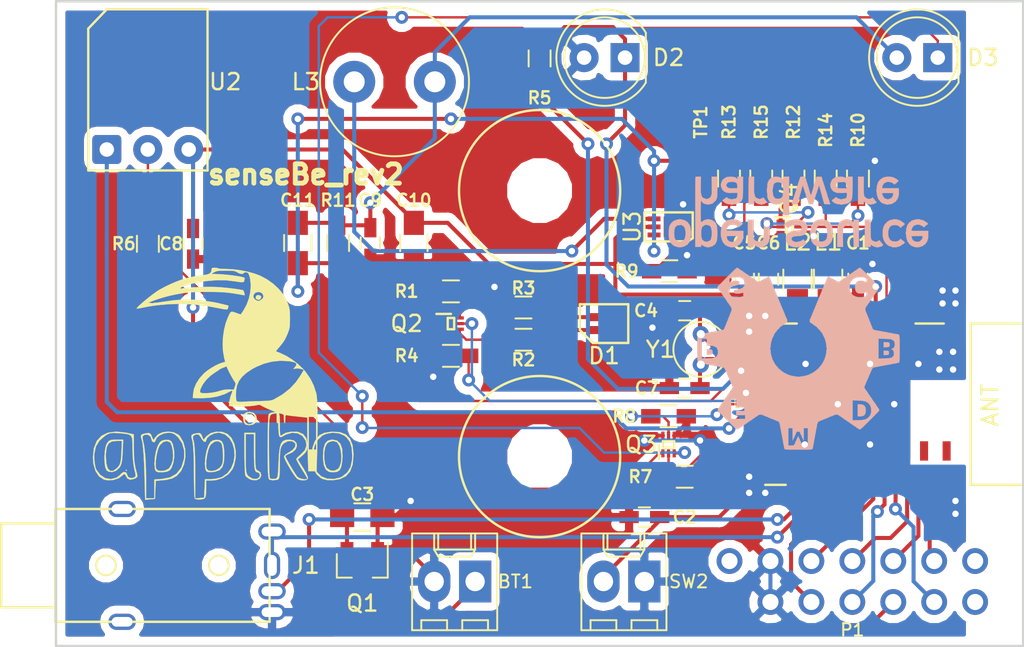
<source format=kicad_pcb>
(kicad_pcb (version 20171130) (host pcbnew 5.0.2-bee76a0~70~ubuntu16.04.1)
  (layers (0 F.Cu signal) (31 B.Cu signal) (34 B.Paste user) (35 F.Paste user) (36 B.SilkS user) (37 F.SilkS user) (38 B.Mask user) (39 F.Mask user) (44 Edge.Cuts user))
  (net 0 "")
  (net 1 GND)
  (net 2 /DEC4)
  (net 3 /BUTTON)
  (net 4 VDD)
  (net 5 /LFCLK_XL1)
  (net 6 /LFCLK_XL2)
  (net 7 /Sheet5C63BFE7/VLED)
  (net 8 "Net-(C11-Pad2)")
  (net 9 "Net-(D1-Pad4)")
  (net 10 "Net-(D1-Pad2)")
  (net 11 /LIGHT_SENSE)
  (net 12 "Net-(D3-Pad1)")
  (net 13 /TRIGGER)
  (net 14 /FOCUS)
  (net 15 "Net-(L1-Pad2)")
  (net 16 /DCC)
  (net 17 "Net-(L3-Pad1)")
  (net 18 /SWDIO)
  (net 19 /SWDCLK)
  (net 20 /RESET)
  (net 21 /GPIO2)
  (net 22 /RX)
  (net 23 /GPIO1)
  (net 24 /TX)
  (net 25 /LED_RED)
  (net 26 "Net-(Q2-Pad4)")
  (net 27 /LED_GREEN)
  (net 28 "Net-(Q2-Pad6)")
  (net 29 "Net-(Q3-Pad1)")
  (net 30 /RX_EN)
  (net 31 /IR_LED_EN)
  (net 32 "Net-(Q4-Pad6)")
  (net 33 /PWR2)
  (net 34 "Net-(Q4-Pad3)")
  (net 35 /PWR1)
  (net 36 /LIGHT_SENSE_EN)
  (net 37 /REG_EN)
  (net 38 /RX_OUT)
  (net 39 "Net-(BT1-Pad1)")
  (module senseBe_rev2_fp:L_Radial_D12.0mm_P5.00mm_Fastron_11P (layer F.Cu) (at 18.5 5)
    (fp_text reference L3 (at -3 0) (layer F.SilkS))
    (fp_text value 22u)
    (pad 1 thru_hole circle (at 0 0) (size 2.6 2.6) (drill 1.3) (layers *.Cu *.Mask) (net 17 "Net-(L3-Pad1)"))
    (pad 2 thru_hole circle (at 5 0) (size 2.6 2.6) (drill 1.3) (layers *.Cu *.Mask) (net 7 /Sheet5C63BFE7/VLED))
  )
  (module senseBe_rev2_fp:MountingHole_3mm (layer F.Cu) (at 30 28.25)
    (fp_text reference MK1 hide)
    (fp_text value Mounting_Hole)
    (pad 1 np_thru_hole circle (at 0 0) (size 3 3) (drill 3) (layers *.Cu *.Mask))
  )
  (module senseBe_rev2_fp:MountingHole_3mm (layer F.Cu) (at 30 11.75)
    (fp_text reference MK2 hide)
    (fp_text value Mounting_Hole)
    (pad 1 np_thru_hole circle (at 0 0) (size 3 3) (drill 3) (layers *.Cu *.Mask))
  )
  (module senseBe_rev2_fp:R_0603_HandSoldering (layer F.Cu) (at 39 29.5)
    (fp_text reference R7 (at -2.75 0) (layer F.SilkS) (effects (font (size 0.75 0.75))))
    (fp_text value 470k)
    (pad 1 smd rect (at -1.1 0) (size 1.2 0.9) (layers F.Cu F.Paste F.Mask) (net 30 /RX_EN))
    (pad 2 smd rect (at 1.1 0) (size 1.2 0.9) (layers F.Cu F.Paste F.Mask) (net 1 GND))
  )
  (module senseBe_rev2_fp:C_0805_HandSoldering (layer F.Cu) (at 22.2 15 270)
    (fp_text reference C10 (at -2.65 0) (layer F.SilkS) (effects (font (size 0.75 0.75))))
    (fp_text value 22u)
    (pad 2 smd rect (at 1.25 0 270) (size 1.5 1.25) (layers F.Cu F.Paste F.Mask) (net 1 GND))
    (pad 1 smd rect (at -1.25 0 270) (size 1.5 1.25) (layers F.Cu F.Paste F.Mask) (net 4 VDD))
  )
  (module senseBe_rev2_fp:Vishay_MINIMOLD-3Pin (layer F.Cu) (at 3.15 9.2)
    (fp_text reference U2 (at 7.35 -4.2 180) (layer F.SilkS))
    (fp_text value TSSP4056)
    (pad 1 thru_hole roundrect (at 0 0) (size 1.8 1.8) (drill 0.9) (layers *.Cu *.Mask) (roundrect_rratio 0.139) (net 38 /RX_OUT))
    (pad 2 thru_hole circle (at 2.54 0) (size 1.8 1.8) (drill 0.9) (layers *.Cu *.Mask) (net 29 "Net-(Q3-Pad1)"))
    (pad 3 thru_hole circle (at 5.08 0) (size 1.8 1.8) (drill 0.9) (layers *.Cu *.Mask) (net 4 VDD))
  )
  (module senseBe_rev2_fp:DMN2990UDJ-7 (layer F.Cu) (at 24.5 20 270)
    (fp_text reference Q2 (at 0 2.75) (layer F.SilkS))
    (fp_text value Q_DUAL_NMOS_DMN2990UDJ-7)
    (pad 1 smd rect (at -0.35 0.55 270) (size 0.2 0.5) (layers F.Cu F.Paste F.Mask) (net 1 GND))
    (pad 2 smd rect (at 0 0.55 270) (size 0.2 0.5) (layers F.Cu F.Paste F.Mask) (net 25 /LED_RED))
    (pad 3 smd rect (at 0.35 0.55 270) (size 0.2 0.5) (layers F.Cu F.Paste F.Mask) (net 1 GND))
    (pad 4 smd rect (at 0.35 -0.55 270) (size 0.2 0.5) (layers F.Cu F.Paste F.Mask) (net 26 "Net-(Q2-Pad4)"))
    (pad 5 smd rect (at 0 -0.55 270) (size 0.2 0.5) (layers F.Cu F.Paste F.Mask) (net 27 /LED_GREEN))
    (pad 6 smd rect (at -0.35 -0.55 270) (size 0.2 0.5) (layers F.Cu F.Paste F.Mask) (net 28 "Net-(Q2-Pad6)"))
  )
  (module senseBe_rev2_fp:C_0603_HandSoldering (layer F.Cu) (at 49.75 17.25 270)
    (fp_text reference C1 (at -2.25 0) (layer F.SilkS) (effects (font (size 0.75 0.75))))
    (fp_text value 1uF)
    (pad 1 smd rect (at -0.95 0 270) (size 1.2 0.75) (layers F.Cu F.Paste F.Mask) (net 1 GND))
    (pad 2 smd rect (at 0.95 0 270) (size 1.2 0.75) (layers F.Cu F.Paste F.Mask) (net 2 /DEC4))
  )
  (module senseBe_rev2_fp:C_0603_HandSoldering (layer F.Cu) (at 36.5 32)
    (fp_text reference C2 (at 2.5 0) (layer F.SilkS) (effects (font (size 0.75 0.75))))
    (fp_text value 100nF)
    (pad 1 smd rect (at -0.95 0) (size 1.2 0.75) (layers F.Cu F.Paste F.Mask) (net 1 GND))
    (pad 2 smd rect (at 0.95 0) (size 1.2 0.75) (layers F.Cu F.Paste F.Mask) (net 3 /BUTTON))
  )
  (module senseBe_rev2_fp:C_0805_HandSoldering (layer F.Cu) (at 19 32)
    (fp_text reference C3 (at 0 -1.4) (layer F.SilkS) (effects (font (size 0.75 0.75))))
    (fp_text value 10uF)
    (pad 2 smd rect (at 1.25 0) (size 1.5 1.25) (layers F.Cu F.Paste F.Mask) (net 1 GND))
    (pad 1 smd rect (at -1.25 0) (size 1.5 1.25) (layers F.Cu F.Paste F.Mask) (net 4 VDD))
  )
  (module senseBe_rev2_fp:C_0603_HandSoldering (layer F.Cu) (at 39 19.2)
    (fp_text reference C4 (at -2.4 0) (layer F.SilkS) (effects (font (size 0.75 0.75))))
    (fp_text value 8pF)
    (pad 1 smd rect (at -0.95 0) (size 1.2 0.75) (layers F.Cu F.Paste F.Mask) (net 1 GND))
    (pad 2 smd rect (at 0.95 0) (size 1.2 0.75) (layers F.Cu F.Paste F.Mask) (net 5 /LFCLK_XL1))
  )
  (module senseBe_rev2_fp:C_0603_HandSoldering (layer F.Cu) (at 42.7 17.25 270)
    (fp_text reference C5 (at -2.25 0) (layer F.SilkS) (effects (font (size 0.75 0.75))))
    (fp_text value 1uF)
    (pad 2 smd rect (at 0.95 0 270) (size 1.2 0.75) (layers F.Cu F.Paste F.Mask) (net 4 VDD))
    (pad 1 smd rect (at -0.95 0 270) (size 1.2 0.75) (layers F.Cu F.Paste F.Mask) (net 1 GND))
  )
  (module senseBe_rev2_fp:C_0603_HandSoldering (layer F.Cu) (at 44.2 17.25 270)
    (fp_text reference C6 (at -2.25 0) (layer F.SilkS) (effects (font (size 0.75 0.75))))
    (fp_text value 100nF)
    (pad 2 smd rect (at 0.95 0 270) (size 1.2 0.75) (layers F.Cu F.Paste F.Mask) (net 4 VDD))
    (pad 1 smd rect (at -0.95 0 270) (size 1.2 0.75) (layers F.Cu F.Paste F.Mask) (net 1 GND))
  )
  (module senseBe_rev2_fp:C_0603_HandSoldering (layer F.Cu) (at 39 24)
    (fp_text reference C7 (at -2.35 0) (layer F.SilkS) (effects (font (size 0.75 0.75))))
    (fp_text value 8pF)
    (pad 2 smd rect (at 0.95 0) (size 1.2 0.75) (layers F.Cu F.Paste F.Mask) (net 6 /LFCLK_XL2))
    (pad 1 smd rect (at -0.95 0) (size 1.2 0.75) (layers F.Cu F.Paste F.Mask) (net 1 GND))
  )
  (module senseBe_rev2_fp:C_0603_HandSoldering (layer F.Cu) (at 8.5 15.05 270)
    (fp_text reference C8 (at 0 1.35) (layer F.SilkS) (effects (font (size 0.75 0.75))))
    (fp_text value 100nF)
    (pad 2 smd rect (at 0.95 0 270) (size 1.2 0.75) (layers F.Cu F.Paste F.Mask) (net 1 GND))
    (pad 1 smd rect (at -0.95 0 270) (size 1.2 0.75) (layers F.Cu F.Paste F.Mask) (net 4 VDD))
  )
  (module senseBe_rev2_fp:C_0603_HandSoldering (layer F.Cu) (at 19.5 15 270)
    (fp_text reference C9 (at -2.65 0) (layer F.SilkS) (effects (font (size 0.75 0.75))))
    (fp_text value 10u)
    (pad 2 smd rect (at 0.95 0 270) (size 1.2 0.75) (layers F.Cu F.Paste F.Mask) (net 1 GND))
    (pad 1 smd rect (at -0.95 0 270) (size 1.2 0.75) (layers F.Cu F.Paste F.Mask) (net 7 /Sheet5C63BFE7/VLED))
  )
  (module senseBe_rev2_fp:C_0805_HandSoldering (layer F.Cu) (at 15 15 270)
    (fp_text reference C11 (at -2.65 0) (layer F.SilkS) (effects (font (size 0.75 0.75))))
    (fp_text value 8p)
    (pad 1 smd rect (at -1.25 0 270) (size 1.5 1.25) (layers F.Cu F.Paste F.Mask) (net 7 /Sheet5C63BFE7/VLED))
    (pad 2 smd rect (at 1.25 0 270) (size 1.5 1.25) (layers F.Cu F.Paste F.Mask) (net 8 "Net-(C11-Pad2)"))
  )
  (module senseBe_rev2_fp:18-225_R6G6C-A01_3T (layer F.Cu) (at 34 20)
    (fp_text reference D1 (at 0 2) (layer F.SilkS))
    (fp_text value 18-225/R6G6C-A01/3T)
    (pad 2 smd rect (at -0.7 0.4) (size 0.7 0.5) (layers F.Cu F.Paste F.Mask) (net 10 "Net-(D1-Pad2)"))
    (pad 1 smd rect (at 0.7 0.4) (size 0.7 0.5) (layers F.Cu F.Paste F.Mask) (net 4 VDD))
    (pad 3 smd rect (at 0.7 -0.4) (size 0.7 0.5) (layers F.Cu F.Paste F.Mask) (net 4 VDD))
    (pad 4 smd rect (at -0.7 -0.4) (size 0.7 0.5) (layers F.Cu F.Paste F.Mask) (net 9 "Net-(D1-Pad4)"))
  )
  (module LED_THT:LED_D5.0mm (layer F.Cu) (at 35.3 3.5 180)
    (fp_text reference D2 (at -2.7 0 180) (layer F.SilkS))
    (fp_text value D_Photo)
    (pad 1 thru_hole rect (at 0 0 180) (size 1.8 1.8) (drill 0.9) (layers *.Cu *.Mask) (net 11 /LIGHT_SENSE))
    (pad 2 thru_hole circle (at 2.54 0 180) (size 1.8 1.8) (drill 0.9) (layers *.Cu *.Mask) (net 1 GND))
  )
  (module LED_THT:LED_D5.0mm (layer F.Cu) (at 54.7 3.5 180)
    (fp_text reference D3 (at -2.8 0 180) (layer F.SilkS))
    (fp_text value SFH4545)
    (pad 2 thru_hole circle (at 2.54 0 180) (size 1.8 1.8) (drill 0.9) (layers *.Cu *.Mask) (net 7 /Sheet5C63BFE7/VLED))
    (pad 1 thru_hole rect (at 0 0 180) (size 1.8 1.8) (drill 0.9) (layers *.Cu *.Mask) (net 12 "Net-(D3-Pad1)"))
  )
  (module senseBe_rev2_fp:PJ-32434-3_5mm-AudioJack (layer F.Cu) (at 6.6 35 90)
    (fp_text reference J1 (at 0 8.9 180) (layer F.SilkS))
    (fp_text value PJ-32434_3-5mmAudioJack)
    (pad 1 thru_hole oval (at -2.9 6.8 90) (size 1 1.7) (drill oval 0.6 1.3) (layers *.Cu *.Mask) (net 1 GND))
    (pad 2 thru_hole oval (at 0 6.8 180) (size 1 1.7) (drill oval 0.6 1.3) (layers *.Cu *.Mask) (net 13 /TRIGGER))
    (pad 3 thru_hole oval (at -1.6 6.8 90) (size 1 1.7) (drill oval 0.6 1.3) (layers *.Cu *.Mask) (net 14 /FOCUS))
    (pad 4 thru_hole oval (at 2.1 6.8 90) (size 1 1.7) (drill oval 0.6 1.3) (layers *.Cu *.Mask) (net 13 /TRIGGER))
    (pad "" thru_hole oval (at -3.5 -2.5 90) (size 1 1.7) (drill oval 0.6 1.3) (layers *.Cu *.Mask))
    (pad "" thru_hole oval (at 3.5 -2.5 90) (size 1 1.7) (drill oval 0.6 1.3) (layers *.Cu *.Mask))
    (pad "" np_thru_hole circle (at 0 -3.5 90) (size 1.1 1.1) (drill 1.1) (layers *.Cu *.Mask))
    (pad "" np_thru_hole circle (at 0 3.5 90) (size 1.1 1.1) (drill 1.1) (layers *.Cu *.Mask))
  )
  (module senseBe_rev2_fp:L_0805 (layer F.Cu) (at 47.9 17.25 90)
    (fp_text reference L1 (at 2.3 0 180) (layer F.SilkS))
    (fp_text value 15nH)
    (pad 1 smd rect (at -0.95 0 90) (size 0.7 1.3) (layers F.Cu F.Paste F.Mask) (net 2 /DEC4))
    (pad 2 smd rect (at 0.95 0 90) (size 0.7 1.3) (layers F.Cu F.Paste F.Mask) (net 15 "Net-(L1-Pad2)"))
  )
  (module senseBe_rev2_fp:L_0805 (layer F.Cu) (at 46 17.25 270)
    (fp_text reference L2 (at -2.3 0) (layer F.SilkS))
    (fp_text value 10nH)
    (pad 2 smd rect (at 0.95 0 270) (size 0.7 1.3) (layers F.Cu F.Paste F.Mask) (net 16 /DCC))
    (pad 1 smd rect (at -0.95 0 270) (size 0.7 1.3) (layers F.Cu F.Paste F.Mask) (net 15 "Net-(L1-Pad2)"))
  )
  (module senseBe_rev2_fp:prog_connect (layer F.Cu) (at 49.4 36 180)
    (fp_text reference P1 (at 0 -3) (layer F.SilkS) (effects (font (size 0.762 0.762) (thickness 0.127))))
    (fp_text value CONN_02X05)
    (pad "" np_thru_hole circle (at 7.62 1.27 180) (size 1.6 1.6) (drill 1) (layers *.Cu *.Mask))
    (pad "" np_thru_hole circle (at -7.62 -1.27 180) (size 1.6 1.6) (drill 1) (layers *.Cu *.Mask))
    (pad 1 thru_hole circle (at -5.08 1.27 180) (size 1.6 1.6) (drill 1) (layers *.Cu *.Mask) (net 18 /SWDIO))
    (pad 3 thru_hole circle (at -2.54 1.27 180) (size 1.6 1.6) (drill 1) (layers *.Cu *.Mask) (net 19 /SWDCLK))
    (pad 5 thru_hole circle (at 0 1.27 180) (size 1.6 1.6) (drill 1) (layers *.Cu *.Mask) (net 20 /RESET))
    (pad 7 thru_hole circle (at 2.54 1.27 180) (size 1.6 1.6) (drill 1) (layers *.Cu *.Mask) (net 21 /GPIO2))
    (pad 9 thru_hole circle (at 5.08 1.27 180) (size 1.6 1.6) (drill 1) (layers *.Cu *.Mask) (net 1 GND))
    (pad 10 thru_hole circle (at 5.08 -1.27 180) (size 1.6 1.6) (drill 1) (layers *.Cu *.Mask) (net 1 GND))
    (pad 8 thru_hole circle (at 2.54 -1.27 180) (size 1.6 1.6) (drill 1) (layers *.Cu *.Mask) (net 22 /RX))
    (pad 6 thru_hole circle (at 0 -1.27 180) (size 1.6 1.6) (drill 1) (layers *.Cu *.Mask) (net 23 /GPIO1))
    (pad 4 thru_hole circle (at -2.54 -1.27 180) (size 1.6 1.6) (drill 1) (layers *.Cu *.Mask) (net 4 VDD))
    (pad 2 thru_hole circle (at -5.08 -1.27 180) (size 1.6 1.6) (drill 1) (layers *.Cu *.Mask) (net 24 /TX))
    (pad "" np_thru_hole circle (at -7.62 1.27 180) (size 1.6 1.6) (drill 1) (layers *.Cu *.Mask))
  )
  (module Package_TO_SOT_SMD:SOT-23 (layer F.Cu) (at 19 35 270)
    (fp_text reference Q1 (at 2.35 0) (layer F.SilkS))
    (fp_text value TSM2301)
    (pad 1 smd rect (at -1 -0.95 270) (size 0.9 0.8) (layers F.Cu F.Paste F.Mask) (net 1 GND))
    (pad 2 smd rect (at -1 0.95 270) (size 0.9 0.8) (layers F.Cu F.Paste F.Mask) (net 4 VDD))
    (pad 3 smd rect (at 1 0 270) (size 0.9 0.8) (layers F.Cu F.Paste F.Mask) (net 39 "Net-(BT1-Pad1)"))
  )
  (module senseBe_rev2_fp:DMN2990UDJ-7 (layer F.Cu) (at 38 27.5)
    (fp_text reference Q3 (at -1.7 0) (layer F.SilkS))
    (fp_text value Q_DUAL_NMOS_DMN2990UDJ-7)
    (pad 1 smd rect (at -0.35 0.55) (size 0.2 0.5) (layers F.Cu F.Paste F.Mask) (net 29 "Net-(Q3-Pad1)"))
    (pad 2 smd rect (at 0 0.55) (size 0.2 0.5) (layers F.Cu F.Paste F.Mask) (net 30 /RX_EN))
    (pad 3 smd rect (at 0.35 0.55) (size 0.2 0.5) (layers F.Cu F.Paste F.Mask) (net 12 "Net-(D3-Pad1)"))
    (pad 4 smd rect (at 0.35 -0.55) (size 0.2 0.5) (layers F.Cu F.Paste F.Mask) (net 1 GND))
    (pad 5 smd rect (at 0 -0.55) (size 0.2 0.5) (layers F.Cu F.Paste F.Mask) (net 31 /IR_LED_EN))
    (pad 6 smd rect (at -0.35 -0.55) (size 0.2 0.5) (layers F.Cu F.Paste F.Mask) (net 1 GND))
  )
  (module senseBe_rev2_fp:DMN2990UDJ-7 (layer F.Cu) (at 45.5 14 270)
    (fp_text reference Q4 (at -1.75 0 90) (layer F.SilkS))
    (fp_text value Q_DUAL_NMOS_DMN2990UDJ-7)
    (pad 6 smd rect (at -0.35 -0.55 270) (size 0.2 0.5) (layers F.Cu F.Paste F.Mask) (net 32 "Net-(Q4-Pad6)"))
    (pad 5 smd rect (at 0 -0.55 270) (size 0.2 0.5) (layers F.Cu F.Paste F.Mask) (net 33 /PWR2))
    (pad 4 smd rect (at 0.35 -0.55 270) (size 0.2 0.5) (layers F.Cu F.Paste F.Mask) (net 1 GND))
    (pad 3 smd rect (at 0.35 0.55 270) (size 0.2 0.5) (layers F.Cu F.Paste F.Mask) (net 34 "Net-(Q4-Pad3)"))
    (pad 2 smd rect (at 0 0.55 270) (size 0.2 0.5) (layers F.Cu F.Paste F.Mask) (net 35 /PWR1))
    (pad 1 smd rect (at -0.35 0.55 270) (size 0.2 0.5) (layers F.Cu F.Paste F.Mask) (net 1 GND))
  )
  (module senseBe_rev2_fp:R_0603_HandSoldering (layer F.Cu) (at 24.5 18)
    (fp_text reference R1 (at -2.75 0) (layer F.SilkS) (effects (font (size 0.75 0.75))))
    (fp_text value 470k)
    (pad 2 smd rect (at 1.1 0) (size 1.2 0.9) (layers F.Cu F.Paste F.Mask) (net 1 GND))
    (pad 1 smd rect (at -1.1 0) (size 1.2 0.9) (layers F.Cu F.Paste F.Mask) (net 25 /LED_RED))
  )
  (module senseBe_rev2_fp:R_0603_HandSoldering (layer F.Cu) (at 29 21)
    (fp_text reference R2 (at 0 1.25) (layer F.SilkS) (effects (font (size 0.75 0.75))))
    (fp_text value 33)
    (pad 2 smd rect (at 1.1 0) (size 1.2 0.9) (layers F.Cu F.Paste F.Mask) (net 10 "Net-(D1-Pad2)"))
    (pad 1 smd rect (at -1.1 0) (size 1.2 0.9) (layers F.Cu F.Paste F.Mask) (net 26 "Net-(Q2-Pad4)"))
  )
  (module senseBe_rev2_fp:R_0603_HandSoldering (layer F.Cu) (at 29 19)
    (fp_text reference R3 (at 0 -1.2) (layer F.SilkS) (effects (font (size 0.75 0.75))))
    (fp_text value 24)
    (pad 1 smd rect (at -1.1 0) (size 1.2 0.9) (layers F.Cu F.Paste F.Mask) (net 28 "Net-(Q2-Pad6)"))
    (pad 2 smd rect (at 1.1 0) (size 1.2 0.9) (layers F.Cu F.Paste F.Mask) (net 9 "Net-(D1-Pad4)"))
  )
  (module senseBe_rev2_fp:R_0603_HandSoldering (layer F.Cu) (at 24.5 22 180)
    (fp_text reference R4 (at 2.75 0 180) (layer F.SilkS) (effects (font (size 0.75 0.75))))
    (fp_text value 470k)
    (pad 1 smd rect (at -1.1 0 180) (size 1.2 0.9) (layers F.Cu F.Paste F.Mask) (net 27 /LED_GREEN))
    (pad 2 smd rect (at 1.1 0 180) (size 1.2 0.9) (layers F.Cu F.Paste F.Mask) (net 1 GND))
  )
  (module senseBe_rev2_fp:R_0603_HandSoldering (layer F.Cu) (at 30 3.55 90)
    (fp_text reference R5 (at -2.45 0 180) (layer F.SilkS) (effects (font (size 0.75 0.75))))
    (fp_text value 100k)
    (pad 2 smd rect (at 1.1 0 90) (size 1.2 0.9) (layers F.Cu F.Paste F.Mask) (net 11 /LIGHT_SENSE))
    (pad 1 smd rect (at -1.1 0 90) (size 1.2 0.9) (layers F.Cu F.Paste F.Mask) (net 36 /LIGHT_SENSE_EN))
  )
  (module senseBe_rev2_fp:R_0603_HandSoldering (layer F.Cu) (at 5.7 15.05 270)
    (fp_text reference R6 (at 0 1.5 180) (layer F.SilkS) (effects (font (size 0.75 0.75))))
    (fp_text value 3.9M)
    (pad 2 smd rect (at 1.1 0 270) (size 1.2 0.9) (layers F.Cu F.Paste F.Mask) (net 1 GND))
    (pad 1 smd rect (at -1.1 0 270) (size 1.2 0.9) (layers F.Cu F.Paste F.Mask) (net 29 "Net-(Q3-Pad1)"))
  )
  (module senseBe_rev2_fp:R_0603_HandSoldering (layer F.Cu) (at 38 25.75)
    (fp_text reference R8 (at -2.75 0) (layer F.SilkS) (effects (font (size 0.75 0.75))))
    (fp_text value 470k)
    (pad 1 smd rect (at -1.1 0) (size 1.2 0.9) (layers F.Cu F.Paste F.Mask) (net 31 /IR_LED_EN))
    (pad 2 smd rect (at 1.1 0) (size 1.2 0.9) (layers F.Cu F.Paste F.Mask) (net 1 GND))
  )
  (module senseBe_rev2_fp:R_0603_HandSoldering (layer F.Cu) (at 38.05 16.75)
    (fp_text reference R9 (at -2.65 0) (layer F.SilkS) (effects (font (size 0.75 0.75))))
    (fp_text value 470k)
    (pad 2 smd rect (at 1.1 0) (size 1.2 0.9) (layers F.Cu F.Paste F.Mask) (net 1 GND))
    (pad 1 smd rect (at -1.1 0) (size 1.2 0.9) (layers F.Cu F.Paste F.Mask) (net 37 /REG_EN))
  )
  (module senseBe_rev2_fp:R_0603_HandSoldering (layer F.Cu) (at 49.75 11 90)
    (fp_text reference R10 (at 3 0 90) (layer F.SilkS) (effects (font (size 0.75 0.75))))
    (fp_text value 470k)
    (pad 1 smd rect (at -1.1 0 90) (size 1.2 0.9) (layers F.Cu F.Paste F.Mask) (net 35 /PWR1))
    (pad 2 smd rect (at 1.1 0 90) (size 1.2 0.9) (layers F.Cu F.Paste F.Mask) (net 1 GND))
  )
  (module senseBe_rev2_fp:R_0603_HandSoldering (layer F.Cu) (at 17.5 15 270)
    (fp_text reference R11 (at -2.65 0) (layer F.SilkS) (effects (font (size 0.75 0.75))))
    (fp_text value 470k)
    (pad 2 smd rect (at 1.1 0 270) (size 1.2 0.9) (layers F.Cu F.Paste F.Mask) (net 8 "Net-(C11-Pad2)"))
    (pad 1 smd rect (at -1.1 0 270) (size 1.2 0.9) (layers F.Cu F.Paste F.Mask) (net 7 /Sheet5C63BFE7/VLED))
  )
  (module senseBe_rev2_fp:R_0603_HandSoldering (layer F.Cu) (at 45.75 11 270)
    (fp_text reference R12 (at -3.5 0 270) (layer F.SilkS) (effects (font (size 0.75 0.75))))
    (fp_text value 470k)
    (pad 1 smd rect (at -1.1 0 270) (size 1.2 0.9) (layers F.Cu F.Paste F.Mask) (net 8 "Net-(C11-Pad2)"))
    (pad 2 smd rect (at 1.1 0 270) (size 1.2 0.9) (layers F.Cu F.Paste F.Mask) (net 1 GND))
  )
  (module senseBe_rev2_fp:R_0603_HandSoldering (layer F.Cu) (at 41.75 11 270)
    (fp_text reference R13 (at -3.5 0 270) (layer F.SilkS) (effects (font (size 0.75 0.75))))
    (fp_text value 3.9M)
    (pad 2 smd rect (at 1.1 0 270) (size 1.2 0.9) (layers F.Cu F.Paste F.Mask) (net 32 "Net-(Q4-Pad6)"))
    (pad 1 smd rect (at -1.1 0 270) (size 1.2 0.9) (layers F.Cu F.Paste F.Mask) (net 8 "Net-(C11-Pad2)"))
  )
  (module senseBe_rev2_fp:R_0603_HandSoldering (layer F.Cu) (at 47.75 11 90)
    (fp_text reference R14 (at 3 0 90) (layer F.SilkS) (effects (font (size 0.75 0.75))))
    (fp_text value 470k)
    (pad 2 smd rect (at 1.1 0 90) (size 1.2 0.9) (layers F.Cu F.Paste F.Mask) (net 1 GND))
    (pad 1 smd rect (at -1.1 0 90) (size 1.2 0.9) (layers F.Cu F.Paste F.Mask) (net 33 /PWR2))
  )
  (module senseBe_rev2_fp:R_0603_HandSoldering (layer F.Cu) (at 43.75 11 270)
    (fp_text reference R15 (at -3.5 0 270) (layer F.SilkS) (effects (font (size 0.75 0.75))))
    (fp_text value 1.2M)
    (pad 1 smd rect (at -1.1 0 270) (size 1.2 0.9) (layers F.Cu F.Paste F.Mask) (net 8 "Net-(C11-Pad2)"))
    (pad 2 smd rect (at 1.1 0 270) (size 1.2 0.9) (layers F.Cu F.Paste F.Mask) (net 34 "Net-(Q4-Pad3)"))
  )
  (module senseBe_rev2_fp:Molex_KK-6410-02_02x2.54mm_Straight (layer F.Cu) (at 36.5 36 180)
    (fp_text reference SW2 (at -2.75 0) (layer F.SilkS) (effects (font (size 0.8 0.8) (thickness 0.12))))
    (fp_text value SW_DPST)
    (pad 1 thru_hole rect (at 0 0 180) (size 2 2.6) (drill 1.2) (layers *.Cu *.Mask) (net 1 GND))
    (pad 2 thru_hole oval (at 2.54 0 180) (size 2 2.6) (drill 1.2) (layers *.Cu *.Mask) (net 3 /BUTTON))
  )
  (module senseBe_rev2_fp:Measurement_Point_Round-SMD-Pad_Small (layer F.Cu) (at 40 9.9 90)
    (fp_text reference TP1 (at 2.4 0 90) (layer F.SilkS) (effects (font (size 0.75 0.75))))
    (fp_text value FB_TP)
    (pad 1 smd circle (at 0 0 90) (size 1.5 1.5) (layers F.Cu F.Mask) (net 8 "Net-(C11-Pad2)"))
  )
  (module senseBe_rev2_fp:mdbt42Q (layer F.Cu) (at 50.5 25 270)
    (fp_text reference U1 (at 0 8) (layer F.SilkS) (effects (font (size 0.5 0.5) (thickness 0.05))))
    (fp_text value MDBT42Q hide)
    (fp_text user ANT (at 0.05 -7.45 270) (layer F.SilkS))
    (pad 12 smd rect (at -4.3 6.25 270) (size 0.5 1.6) (layers F.Cu F.Paste F.Mask) (net 1 GND))
    (pad 2 smd rect (at -4.75 -2.3 270) (size 1.6 0.5) (layers F.Cu F.Paste F.Mask) (net 35 /PWR1))
    (pad 1 smd rect (at -4.75 -5.3 270) (size 1.6 0.9) (layers F.Cu F.Paste F.Mask) (net 1 GND))
    (pad 3 smd rect (at -4.75 -1.6 270) (size 1.6 0.5) (layers F.Cu F.Paste F.Mask) (net 33 /PWR2))
    (pad 4 smd rect (at -4.75 -0.9 270) (size 1.6 0.5) (layers F.Cu F.Paste F.Mask) (net 37 /REG_EN))
    (pad 5 smd rect (at -4.75 -0.2 270) (size 1.6 0.5) (layers F.Cu F.Paste F.Mask) (net 11 /LIGHT_SENSE))
    (pad 6 smd rect (at -4.75 0.5 270) (size 1.6 0.5) (layers F.Cu F.Paste F.Mask))
    (pad 7 smd rect (at -4.75 1.2 270) (size 1.6 0.5) (layers F.Cu F.Paste F.Mask))
    (pad 8 smd rect (at -4.75 1.9 270) (size 1.6 0.5) (layers F.Cu F.Paste F.Mask) (net 4 VDD))
    (pad 9 smd rect (at -4.75 2.6 270) (size 1.6 0.5) (layers F.Cu F.Paste F.Mask) (net 2 /DEC4))
    (pad 10 smd rect (at -4.75 3.3 270) (size 1.6 0.5) (layers F.Cu F.Paste F.Mask) (net 16 /DCC))
    (pad 11 smd rect (at -4.75 4 270) (size 1.6 0.5) (layers F.Cu F.Paste F.Mask) (net 4 VDD))
    (pad 13 smd rect (at -3.5 6.25 270) (size 0.5 1.6) (layers F.Cu F.Paste F.Mask) (net 5 /LFCLK_XL1))
    (pad 14 smd rect (at -2.8 6.25 270) (size 0.5 1.6) (layers F.Cu F.Paste F.Mask) (net 6 /LFCLK_XL2))
    (pad 15 smd rect (at -2.1 6.25 270) (size 0.5 1.6) (layers F.Cu F.Paste F.Mask) (net 36 /LIGHT_SENSE_EN))
    (pad 16 smd rect (at -1.4 6.25 270) (size 0.5 1.6) (layers F.Cu F.Paste F.Mask) (net 25 /LED_RED))
    (pad 17 smd rect (at -0.7 6.25 270) (size 0.5 1.6) (layers F.Cu F.Paste F.Mask) (net 27 /LED_GREEN))
    (pad 18 smd rect (at 0 6.25 270) (size 0.5 1.6) (layers F.Cu F.Paste F.Mask) (net 31 /IR_LED_EN))
    (pad 19 smd rect (at 0.7 6.25 270) (size 0.5 1.6) (layers F.Cu F.Paste F.Mask) (net 38 /RX_OUT))
    (pad 20 smd rect (at 1.4 6.25 270) (size 0.5 1.6) (layers F.Cu F.Paste F.Mask) (net 30 /RX_EN))
    (pad 21 smd rect (at 2.1 6.25 270) (size 0.5 1.6) (layers F.Cu F.Paste F.Mask) (net 3 /BUTTON))
    (pad 22 smd rect (at 2.8 6.25 270) (size 0.5 1.6) (layers F.Cu F.Paste F.Mask))
    (pad 23 smd rect (at 3.5 6.25 270) (size 0.5 1.6) (layers F.Cu F.Paste F.Mask))
    (pad 24 smd rect (at 4.2 6.25 270) (size 0.5 1.6) (layers F.Cu F.Paste F.Mask) (net 1 GND))
    (pad 25 smd rect (at 4.75 4.7 270) (size 1.6 0.5) (layers F.Cu F.Paste F.Mask))
    (pad 26 smd rect (at 4.75 4 270) (size 1.6 0.5) (layers F.Cu F.Paste F.Mask) (net 14 /FOCUS))
    (pad 27 smd rect (at 4.75 3.3 270) (size 1.6 0.5) (layers F.Cu F.Paste F.Mask) (net 13 /TRIGGER))
    (pad 28 smd rect (at 4.75 2.6 270) (size 1.6 0.5) (layers F.Cu F.Paste F.Mask))
    (pad 29 smd rect (at 4.75 1.9 270) (size 1.6 0.5) (layers F.Cu F.Paste F.Mask))
    (pad 30 smd rect (at 4.75 1.2 270) (size 1.6 0.5) (layers F.Cu F.Paste F.Mask))
    (pad 31 smd rect (at 4.75 0.5 270) (size 1.6 0.5) (layers F.Cu F.Paste F.Mask) (net 22 /RX))
    (pad 32 smd rect (at 4.75 -0.2 270) (size 1.6 0.5) (layers F.Cu F.Paste F.Mask) (net 21 /GPIO2))
    (pad 33 smd rect (at 4.75 -0.9 270) (size 1.6 0.5) (layers F.Cu F.Paste F.Mask) (net 23 /GPIO1))
    (pad 34 smd rect (at 4.75 -1.6 270) (size 1.6 0.5) (layers F.Cu F.Paste F.Mask) (net 24 /TX))
    (pad 35 smd rect (at 4.75 -2.3 270) (size 1.6 0.5) (layers F.Cu F.Paste F.Mask) (net 20 /RESET))
    (pad 36 smd rect (at 4.75 -3 270) (size 1.6 0.5) (layers F.Cu F.Paste F.Mask) (net 19 /SWDCLK))
    (pad 37 smd rect (at 4.75 -3.7 270) (size 1.6 0.5) (layers F.Cu F.Paste F.Mask) (net 18 /SWDIO))
    (pad 38 smd rect (at 4.75 -4.4 270) (size 1.6 0.5) (layers F.Cu F.Paste F.Mask))
    (pad 39 smd rect (at 4.75 -5.3 270) (size 1.6 0.9) (layers F.Cu F.Paste F.Mask) (net 1 GND))
    (pad 40 smd rect (at 2.9 -4.75 270) (size 1.2 0.5) (layers F.Cu F.Paste F.Mask))
    (pad 41 smd rect (at 2.9 -3.35 270) (size 1.2 0.5) (layers F.Cu F.Paste F.Mask))
  )
  (module "senseBe_rev2_fp:AP3403_U-DFN1616-6(Type G)" (layer F.Cu) (at 38 14 90)
    (fp_text reference U3 (at 0 -2.25 270) (layer F.SilkS))
    (fp_text value AP3403)
    (pad EP smd rect (at 0 0 90) (size 1.3 0.6) (layers F.Cu F.Paste F.Mask))
    (pad 2 smd rect (at 0 0.9 90) (size 0.3 0.8) (layers F.Cu F.Paste F.Mask) (net 1 GND))
    (pad 5 smd rect (at 0 -0.9 90) (size 0.3 0.8) (layers F.Cu F.Paste F.Mask) (net 4 VDD))
    (pad 4 smd rect (at 0.5 -0.9 90) (size 0.3 0.8) (layers F.Cu F.Paste F.Mask) (net 17 "Net-(L3-Pad1)"))
    (pad 6 smd rect (at -0.5 -0.9 90) (size 0.3 0.8) (layers F.Cu F.Paste F.Mask) (net 8 "Net-(C11-Pad2)"))
    (pad 1 smd rect (at -0.5 0.9 90) (size 0.3 0.8) (layers F.Cu F.Paste F.Mask) (net 37 /REG_EN))
    (pad 3 smd rect (at 0.5 0.9 90) (size 0.3 0.8) (layers F.Cu F.Paste F.Mask) (net 1 GND))
  )
  (module Crystal:Crystal_C38-LF_D3.0mm_L8.0mm_Vertical (layer F.Cu) (at 40 20.65 270)
    (fp_text reference Y1 (at 0.95 2.5) (layer F.SilkS))
    (fp_text value "T38 Mercury")
    (pad 1 thru_hole circle (at 0 0 270) (size 1 1) (drill 0.5) (layers *.Cu *.Mask) (net 5 /LFCLK_XL1))
    (pad 2 thru_hole circle (at 1.9 0 270) (size 1 1) (drill 0.5) (layers *.Cu *.Mask) (net 6 /LFCLK_XL2))
  )
  (module senseBe_rev2_fp:Appiko_Logo_2 (layer F.Cu) (at 8.1 28.2)
    (fp_text reference G*** hide)
    (fp_text value Appiko_Logo_2 hide)
  )
  (module senseBe_rev2_fp:Appiko_LOGO_img (layer F.Cu) (at 10.6 22.85)
    (fp_text reference G*** hide)
    (fp_text value Appiko_LOGO_img hide)
  )
  (module senseBe_rev2_fp:OSHW1 (layer B.Cu) (at 46.05 19.35)
    (fp_text reference G*** hide)
    (fp_text value LOGO hide)
  )
  (module senseBe_rev2_fp:Molex_KK-6410-02_02x2.54mm_Straight (layer F.Cu) (at 26 36 180)
    (fp_text reference BT1 (at -2.5 0) (layer F.SilkS) (effects (font (size 0.8 0.8) (thickness 0.12))))
    (fp_text value Battery)
    (pad 1 thru_hole rect (at 0 0 180) (size 2 2.6) (drill 1.2) (layers *.Cu *.Mask) (net 39 "Net-(BT1-Pad1)"))
    (pad 2 thru_hole oval (at 2.54 0 180) (size 2 2.6) (drill 1.2) (layers *.Cu *.Mask) (net 1 GND))
  )
  (gr_text senseBe_rev2 (at 15.5 10.75) (layer F.SilkS) (effects (font (size 1.2 1.2) (thickness 0.3))))
  (gr_line (start 0 0) (end 0 40) (layer Edge.Cuts) (width 0.15))
  (gr_line (start 60 0) (end 0 0) (layer Edge.Cuts) (width 0.15))
  (gr_line (start 60 40) (end 60 0) (layer Edge.Cuts) (width 0.15))
  (gr_line (start 0 40) (end 60 40) (layer Edge.Cuts) (width 0.15))
  (via (at 46.5 22.5) (size 0.8) (drill 0.4) (layers F.Cu B.Cu) (net 1))
  (via (at 50.5 27.5) (size 0.8) (drill 0.4) (layers F.Cu B.Cu) (net 1))
  (via (at 50.5 22.5) (size 0.8) (drill 0.4) (layers F.Cu B.Cu) (net 1))
  (via (at 46.45 27.5) (size 0.8) (drill 0.4) (layers F.Cu B.Cu) (net 1))
  (segment (start 44.32 35.86137) (end 44.32 37.27) (width 0.25) (layer B.Cu) (net 1))
  (segment (start 44.32 34.73) (end 44.32 35.86137) (width 0.25) (layer B.Cu) (net 1))
  (segment (start 36.2 35.7) (end 36.5 36) (width 0.25) (layer F.Cu) (net 1))
  (segment (start 38.05 24) (end 38.05 19.2) (width 0.25) (layer F.Cu) (net 1))
  (segment (start 19.95 32.3) (end 20.25 32) (width 0.25) (layer F.Cu) (net 1))
  (segment (start 19.95 34) (end 19.95 32.3) (width 0.25) (layer F.Cu) (net 1))
  (via (at 23.4 23.3) (size 0.8) (drill 0.4) (layers F.Cu B.Cu) (net 1))
  (segment (start 23.4 22) (end 23.4 23.3) (width 0.25) (layer F.Cu) (net 1))
  (via (at 37 20.25) (size 0.8) (drill 0.4) (layers F.Cu B.Cu) (net 1))
  (segment (start 38.05 19.2) (end 37 20.25) (width 0.25) (layer F.Cu) (net 1))
  (via (at 43 30.5) (size 0.8) (drill 0.4) (layers F.Cu B.Cu) (net 1))
  (segment (start 44.25 29.25) (end 43 30.5) (width 0.25) (layer F.Cu) (net 1))
  (segment (start 44.25 29.2) (end 44.25 29.25) (width 0.25) (layer F.Cu) (net 1))
  (via (at 44 30.5) (size 0.8) (drill 0.4) (layers F.Cu B.Cu) (net 1))
  (segment (start 43 30.5) (end 44 30.5) (width 0.25) (layer B.Cu) (net 1))
  (via (at 43 29.5) (size 0.8) (drill 0.4) (layers F.Cu B.Cu) (net 1))
  (via (at 43 19.525) (size 0.8) (drill 0.4) (layers F.Cu B.Cu) (net 1))
  (segment (start 44.175 20.7) (end 43 19.525) (width 0.25) (layer F.Cu) (net 1))
  (segment (start 44.25 20.7) (end 44.175 20.7) (width 0.25) (layer F.Cu) (net 1))
  (via (at 44 19.525) (size 0.8) (drill 0.4) (layers F.Cu B.Cu) (net 1))
  (segment (start 43 19.525) (end 44 19.525) (width 0.25) (layer B.Cu) (net 1))
  (via (at 43 20.5) (size 0.8) (drill 0.4) (layers F.Cu B.Cu) (net 1))
  (segment (start 43 19.525) (end 43 20.5) (width 0.25) (layer B.Cu) (net 1))
  (segment (start 43.025 20.5) (end 44 19.525) (width 0.25) (layer B.Cu) (net 1))
  (segment (start 43 20.5) (end 43.025 20.5) (width 0.25) (layer B.Cu) (net 1))
  (segment (start 43 30.5) (end 43 29.5) (width 0.25) (layer B.Cu) (net 1))
  (segment (start 44 30.5) (end 43 29.5) (width 0.25) (layer B.Cu) (net 1))
  (via (at 55.8 31) (size 0.8) (drill 0.4) (layers F.Cu B.Cu) (net 1))
  (segment (start 55.8 29.75) (end 55.8 31) (width 0.25) (layer F.Cu) (net 1))
  (via (at 55.8 31.8) (size 0.8) (drill 0.4) (layers F.Cu B.Cu) (net 1))
  (segment (start 55.8 31) (end 55.8 31.8) (width 0.25) (layer B.Cu) (net 1))
  (via (at 55.8 18.75) (size 0.8) (drill 0.4) (layers F.Cu B.Cu) (net 1))
  (segment (start 55.8 20.25) (end 55.8 18.75) (width 0.25) (layer F.Cu) (net 1))
  (via (at 55.8 17.95) (size 0.8) (drill 0.4) (layers F.Cu B.Cu) (net 1))
  (segment (start 55.8 18.75) (end 55.8 17.95) (width 0.25) (layer B.Cu) (net 1))
  (via (at 55 17.95) (size 0.8) (drill 0.4) (layers F.Cu B.Cu) (net 1))
  (segment (start 55.8 17.95) (end 55 17.95) (width 0.25) (layer B.Cu) (net 1))
  (via (at 55 18.75) (size 0.8) (drill 0.4) (layers F.Cu B.Cu) (net 1))
  (segment (start 55 17.95) (end 55 18.75) (width 0.25) (layer B.Cu) (net 1))
  (segment (start 55 18.75) (end 55.8 18.75) (width 0.25) (layer B.Cu) (net 1))
  (segment (start 44.565685 19.525) (end 45.390685 20.35) (width 0.25) (layer B.Cu) (net 1))
  (segment (start 44 19.525) (end 44.565685 19.525) (width 0.25) (layer B.Cu) (net 1))
  (segment (start 45.390685 21.390685) (end 46.5 22.5) (width 0.25) (layer B.Cu) (net 1))
  (segment (start 45.390685 20.35) (end 45.390685 21.390685) (width 0.25) (layer B.Cu) (net 1))
  (segment (start 46.899999 22.899999) (end 50.100001 22.899999) (width 0.25) (layer B.Cu) (net 1))
  (segment (start 50.100001 22.899999) (end 50.5 22.5) (width 0.25) (layer B.Cu) (net 1))
  (segment (start 46.5 22.5) (end 46.899999 22.899999) (width 0.25) (layer B.Cu) (net 1))
  (segment (start 46.5 27.45) (end 46.45 27.5) (width 0.25) (layer B.Cu) (net 1))
  (segment (start 46.5 22.5) (end 46.5 27.45) (width 0.25) (layer B.Cu) (net 1))
  (segment (start 47.015685 27.5) (end 50.5 27.5) (width 0.25) (layer B.Cu) (net 1))
  (segment (start 46.45 27.5) (end 47.015685 27.5) (width 0.25) (layer B.Cu) (net 1))
  (via (at 48.5 25) (size 0.8) (drill 0.4) (layers F.Cu B.Cu) (net 1))
  (segment (start 48.5 25.5) (end 48.5 25) (width 0.25) (layer B.Cu) (net 1))
  (segment (start 50.5 27.5) (end 48.5 25.5) (width 0.25) (layer B.Cu) (net 1))
  (via (at 52 25) (size 0.8) (drill 0.4) (layers F.Cu B.Cu) (net 1))
  (segment (start 48.5 25) (end 52 25) (width 0.25) (layer B.Cu) (net 1))
  (via (at 53.5 22.5) (size 0.8) (drill 0.4) (layers F.Cu B.Cu) (net 1))
  (segment (start 50.5 22.5) (end 53.5 22.5) (width 0.25) (layer B.Cu) (net 1))
  (via (at 54.8 21.75) (size 0.8) (drill 0.4) (layers F.Cu B.Cu) (net 1))
  (segment (start 54.05 22.5) (end 54.8 21.75) (width 0.25) (layer B.Cu) (net 1))
  (segment (start 53.5 22.5) (end 54.05 22.5) (width 0.25) (layer B.Cu) (net 1))
  (via (at 55.65 21.75) (size 0.8) (drill 0.4) (layers F.Cu B.Cu) (net 1))
  (segment (start 54.8 21.75) (end 55.65 21.75) (width 0.25) (layer B.Cu) (net 1))
  (via (at 55.65 22.85) (size 0.8) (drill 0.4) (layers F.Cu B.Cu) (net 1))
  (segment (start 55.65 21.75) (end 55.65 22.85) (width 0.25) (layer B.Cu) (net 1))
  (via (at 54.8 22.85) (size 0.8) (drill 0.4) (layers F.Cu B.Cu) (net 1))
  (segment (start 55.65 22.85) (end 54.8 22.85) (width 0.25) (layer B.Cu) (net 1))
  (via (at 22 31) (size 0.8) (drill 0.4) (layers F.Cu B.Cu) (net 1))
  (segment (start 21 32) (end 22 31) (width 0.25) (layer F.Cu) (net 1))
  (segment (start 20.25 32) (end 21 32) (width 0.25) (layer F.Cu) (net 1))
  (via (at 27.2 17.725) (size 0.8) (drill 0.4) (layers F.Cu B.Cu) (net 1))
  (segment (start 26.925 18) (end 27.2 17.725) (width 0.1) (layer F.Cu) (net 1))
  (segment (start 25.6 18) (end 26.925 18) (width 0.1) (layer F.Cu) (net 1))
  (segment (start 23.46 35.7) (end 23.46 36) (width 0.25) (layer F.Cu) (net 1))
  (segment (start 21.76 34) (end 23.46 35.7) (width 0.25) (layer F.Cu) (net 1))
  (segment (start 19.95 34) (end 21.76 34) (width 0.25) (layer F.Cu) (net 1))
  (segment (start 38.9 13.5) (end 38.9 14) (width 0.25) (layer F.Cu) (net 1))
  (segment (start 44.95 12.9) (end 45.75 12.1) (width 0.25) (layer F.Cu) (net 1))
  (segment (start 44.95 13.65) (end 44.95 12.9) (width 0.25) (layer F.Cu) (net 1))
  (segment (start 23.4 20.9) (end 23.95 20.35) (width 0.25) (layer F.Cu) (net 1))
  (segment (start 23.4 22) (end 23.4 20.9) (width 0.25) (layer F.Cu) (net 1))
  (segment (start 23.95 19.65) (end 25.6 18) (width 0.25) (layer F.Cu) (net 1))
  (segment (start 42.25 16.75) (end 42.7 16.3) (width 0.25) (layer F.Cu) (net 1))
  (segment (start 39.15 16.75) (end 42.25 16.75) (width 0.25) (layer F.Cu) (net 1))
  (segment (start 42.7 16.3) (end 44.2 16.3) (width 0.25) (layer F.Cu) (net 1))
  (via (at 47 14.575) (size 0.8) (drill 0.4) (layers F.Cu B.Cu) (net 1))
  (segment (start 46.775 14.35) (end 47 14.575) (width 0.25) (layer F.Cu) (net 1))
  (segment (start 46.05 14.35) (end 46.775 14.35) (width 0.25) (layer F.Cu) (net 1))
  (via (at 50.65 16.3) (size 0.8) (drill 0.4) (layers F.Cu B.Cu) (net 1))
  (segment (start 49.75 16.3) (end 50.65 16.3) (width 0.25) (layer F.Cu) (net 1))
  (segment (start 47.75 9.95) (end 47.75 9.9) (width 0.25) (layer F.Cu) (net 1))
  (segment (start 45.75 11.95) (end 47.75 9.95) (width 0.25) (layer F.Cu) (net 1))
  (segment (start 45.75 12.1) (end 45.75 11.95) (width 0.25) (layer F.Cu) (net 1))
  (segment (start 47.75 9.9) (end 49.75 9.9) (width 0.25) (layer F.Cu) (net 1))
  (via (at 50.8 9.9) (size 0.8) (drill 0.4) (layers F.Cu B.Cu) (net 1))
  (segment (start 49.75 9.9) (end 50.8 9.9) (width 0.25) (layer F.Cu) (net 1))
  (via (at 38.9 12.6) (size 0.8) (drill 0.4) (layers F.Cu B.Cu) (net 1))
  (segment (start 38.9 13.5) (end 38.9 12.6) (width 0.25) (layer F.Cu) (net 1))
  (segment (start 39.15 15.756032) (end 39.148708 15.75474) (width 0.25) (layer F.Cu) (net 1))
  (via (at 39.148708 15.75474) (size 0.8) (drill 0.4) (layers F.Cu B.Cu) (net 1))
  (segment (start 39.15 16.75) (end 39.15 15.756032) (width 0.25) (layer F.Cu) (net 1))
  (segment (start 39.1 26.2) (end 38.35 26.95) (width 0.25) (layer F.Cu) (net 1))
  (segment (start 39.1 25.75) (end 39.1 26.2) (width 0.25) (layer F.Cu) (net 1))
  (via (at 39.95 27.25) (size 0.8) (drill 0.4) (layers F.Cu B.Cu) (net 1))
  (segment (start 39.65 26.95) (end 39.95 27.25) (width 0.25) (layer F.Cu) (net 1))
  (segment (start 38.35 26.95) (end 39.65 26.95) (width 0.25) (layer F.Cu) (net 1))
  (via (at 36.5 27.25) (size 0.8) (drill 0.4) (layers F.Cu B.Cu) (net 1))
  (segment (start 36.8 26.95) (end 36.5 27.25) (width 0.25) (layer F.Cu) (net 1))
  (segment (start 37.65 26.95) (end 36.8 26.95) (width 0.25) (layer F.Cu) (net 1))
  (segment (start 37.065685 27.25) (end 39.95 27.25) (width 0.25) (layer B.Cu) (net 1))
  (segment (start 36.5 27.25) (end 37.065685 27.25) (width 0.25) (layer B.Cu) (net 1))
  (segment (start 47.9 18.2) (end 47.9 20.25) (width 0.25) (layer F.Cu) (net 2))
  (segment (start 47.9 18.2) (end 49.75 18.2) (width 0.25) (layer F.Cu) (net 2))
  (segment (start 37.45 32.21) (end 37.45 32) (width 0.25) (layer F.Cu) (net 3))
  (segment (start 33.96 35.7) (end 37.45 32.21) (width 0.25) (layer F.Cu) (net 3))
  (segment (start 33.96 36) (end 33.96 35.7) (width 0.25) (layer F.Cu) (net 3))
  (segment (start 43.2 27.1) (end 42 28.3) (width 0.25) (layer F.Cu) (net 3))
  (segment (start 44.25 27.1) (end 43.2 27.1) (width 0.25) (layer F.Cu) (net 3))
  (segment (start 42 28.3) (end 42 31.15) (width 0.25) (layer F.Cu) (net 3))
  (segment (start 41.15 32) (end 37.45 32) (width 0.25) (layer F.Cu) (net 3))
  (segment (start 42 31.15) (end 41.15 32) (width 0.25) (layer F.Cu) (net 3))
  (segment (start 18.05 32.3) (end 17.75 32) (width 0.25) (layer F.Cu) (net 4))
  (segment (start 18.05 34) (end 18.05 32.3) (width 0.25) (layer F.Cu) (net 4))
  (segment (start 46.5 21.3) (end 46.85 21.65) (width 0.25) (layer F.Cu) (net 4))
  (segment (start 46.5 20.25) (end 46.5 21.3) (width 0.25) (layer F.Cu) (net 4))
  (segment (start 46.85 21.65) (end 48.35 21.65) (width 0.25) (layer F.Cu) (net 4))
  (segment (start 48.6 21.4) (end 48.6 20.25) (width 0.25) (layer F.Cu) (net 4))
  (segment (start 48.35 21.65) (end 48.6 21.4) (width 0.25) (layer F.Cu) (net 4))
  (segment (start 34.7 19.6) (end 34.7 20.4) (width 0.25) (layer F.Cu) (net 4))
  (segment (start 46 20.25) (end 46.5 20.25) (width 0.25) (layer F.Cu) (net 4))
  (segment (start 44.2 18.45) (end 46 20.25) (width 0.25) (layer F.Cu) (net 4))
  (segment (start 44.2 18.2) (end 44.2 18.45) (width 0.25) (layer F.Cu) (net 4))
  (segment (start 42.7 18.2) (end 44.2 18.2) (width 0.25) (layer F.Cu) (net 4))
  (segment (start 35.426998 14) (end 34.7 14.726998) (width 0.25) (layer F.Cu) (net 4))
  (segment (start 37.1 14) (end 35.426998 14) (width 0.25) (layer F.Cu) (net 4))
  (segment (start 26.848002 16.3) (end 34.7 16.3) (width 0.25) (layer F.Cu) (net 4))
  (segment (start 24.298002 13.75) (end 26.848002 16.3) (width 0.25) (layer F.Cu) (net 4))
  (segment (start 22.2 13.75) (end 24.298002 13.75) (width 0.25) (layer F.Cu) (net 4))
  (segment (start 34.7 16.3) (end 34.7 14.726998) (width 0.25) (layer F.Cu) (net 4))
  (segment (start 22.2 13.625) (end 22.2 13.75) (width 0.25) (layer F.Cu) (net 4))
  (segment (start 17.775 9.2) (end 22.2 13.625) (width 0.25) (layer F.Cu) (net 4))
  (segment (start 8.23 9.2) (end 17.775 9.2) (width 0.25) (layer F.Cu) (net 4))
  (segment (start 8.5 9.47) (end 8.23 9.2) (width 0.25) (layer F.Cu) (net 4))
  (segment (start 8.5 14.1) (end 8.5 9.47) (width 0.25) (layer F.Cu) (net 4))
  (segment (start 42.7 18.2) (end 34.7 18.2) (width 0.25) (layer F.Cu) (net 4))
  (segment (start 34.7 18.2) (end 34.7 16.3) (width 0.25) (layer F.Cu) (net 4))
  (segment (start 34.7 19.6) (end 34.7 18.2) (width 0.25) (layer F.Cu) (net 4))
  (segment (start 50.41 38.8) (end 17.8 38.8) (width 0.25) (layer F.Cu) (net 4))
  (segment (start 16.5 34.9) (end 17.4 34) (width 0.25) (layer F.Cu) (net 4))
  (segment (start 17.8 38.8) (end 16.5 37.5) (width 0.25) (layer F.Cu) (net 4))
  (segment (start 17.4 34) (end 18.05 34) (width 0.25) (layer F.Cu) (net 4))
  (segment (start 51.94 37.27) (end 50.41 38.8) (width 0.25) (layer F.Cu) (net 4))
  (segment (start 16.5 37.5) (end 16.5 34.9) (width 0.25) (layer F.Cu) (net 4))
  (via (at 8.5 19) (size 0.8) (drill 0.4) (layers F.Cu B.Cu) (net 4))
  (segment (start 8.5 22.875) (end 8.5 19) (width 0.25) (layer F.Cu) (net 4))
  (segment (start 17.625 32) (end 8.5 22.875) (width 0.25) (layer F.Cu) (net 4))
  (segment (start 17.75 32) (end 17.625 32) (width 0.25) (layer F.Cu) (net 4))
  (segment (start 8.5 9.47) (end 8.23 9.2) (width 0.25) (layer B.Cu) (net 4))
  (segment (start 8.5 19) (end 8.5 9.47) (width 0.25) (layer B.Cu) (net 4))
  (segment (start 40.85 21.5) (end 44.25 21.5) (width 0.25) (layer F.Cu) (net 5))
  (segment (start 40 20.65) (end 40.85 21.5) (width 0.25) (layer F.Cu) (net 5))
  (segment (start 39.95 20.6) (end 40 20.65) (width 0.25) (layer F.Cu) (net 5))
  (segment (start 39.95 19.2) (end 39.95 20.6) (width 0.25) (layer F.Cu) (net 5))
  (segment (start 40.35 22.2) (end 40 22.55) (width 0.25) (layer F.Cu) (net 6))
  (segment (start 44.25 22.2) (end 40.35 22.2) (width 0.25) (layer F.Cu) (net 6))
  (segment (start 39.95 22.6) (end 40 22.55) (width 0.25) (layer F.Cu) (net 6))
  (segment (start 39.95 24) (end 39.95 22.6) (width 0.25) (layer F.Cu) (net 6))
  (segment (start 17.35 13.75) (end 17.5 13.9) (width 0.25) (layer F.Cu) (net 7))
  (segment (start 15 13.75) (end 17.35 13.75) (width 0.25) (layer F.Cu) (net 7))
  (segment (start 19.35 13.9) (end 19.5 14.05) (width 0.25) (layer F.Cu) (net 7))
  (segment (start 17.5 13.9) (end 19.35 13.9) (width 0.25) (layer F.Cu) (net 7))
  (via (at 19.5 12.5) (size 0.8) (drill 0.4) (layers F.Cu B.Cu) (net 7))
  (segment (start 19.5 14.05) (end 19.5 12.5) (width 0.25) (layer F.Cu) (net 7))
  (segment (start 23.5 8.5) (end 23.5 5) (width 0.25) (layer B.Cu) (net 7))
  (segment (start 19.5 12.5) (end 23.5 8.5) (width 0.25) (layer B.Cu) (net 7))
  (segment (start 23.5 3.161523) (end 25.661523 1) (width 0.25) (layer B.Cu) (net 7))
  (segment (start 23.5 5) (end 23.5 3.161523) (width 0.25) (layer B.Cu) (net 7))
  (segment (start 49.66 1) (end 52.16 3.5) (width 0.25) (layer B.Cu) (net 7))
  (segment (start 25.661523 1) (end 49.66 1) (width 0.25) (layer B.Cu) (net 7))
  (segment (start 17.35 16.25) (end 17.5 16.1) (width 0.25) (layer F.Cu) (net 8))
  (segment (start 15 16.25) (end 17.35 16.25) (width 0.25) (layer F.Cu) (net 8))
  (segment (start 40 9.9) (end 41.75 9.9) (width 0.25) (layer F.Cu) (net 8))
  (segment (start 43.75 9.9) (end 41.75 9.9) (width 0.25) (layer F.Cu) (net 8))
  (segment (start 43.75 9.9) (end 45.75 9.9) (width 0.25) (layer F.Cu) (net 8))
  (via (at 37.1 15.5) (size 0.8) (drill 0.4) (layers F.Cu B.Cu) (net 8))
  (segment (start 37.1 14.5) (end 37.1 15.5) (width 0.25) (layer F.Cu) (net 8))
  (via (at 24.5 7.3) (size 0.8) (drill 0.4) (layers F.Cu B.Cu) (net 8))
  (segment (start 35.1 7.3) (end 24.5 7.3) (width 0.25) (layer B.Cu) (net 8))
  (segment (start 37.1 9.3) (end 35.1 7.3) (width 0.25) (layer B.Cu) (net 8))
  (via (at 15 7.3) (size 0.8) (drill 0.4) (layers F.Cu B.Cu) (net 8))
  (segment (start 24.5 7.3) (end 15 7.3) (width 0.25) (layer F.Cu) (net 8))
  (via (at 15 18) (size 0.8) (drill 0.4) (layers F.Cu B.Cu) (net 8))
  (segment (start 15 7.3) (end 15 18) (width 0.25) (layer B.Cu) (net 8))
  (segment (start 15 18) (end 15 16.25) (width 0.25) (layer F.Cu) (net 8))
  (via (at 37.1 9.9) (size 0.8) (drill 0.4) (layers F.Cu B.Cu) (net 8))
  (segment (start 40 9.9) (end 37.1 9.9) (width 0.25) (layer F.Cu) (net 8))
  (segment (start 37.1 9.9) (end 37.1 9.3) (width 0.25) (layer B.Cu) (net 8))
  (segment (start 37.1 15.5) (end 37.1 9.9) (width 0.25) (layer B.Cu) (net 8))
  (segment (start 30.7 19.6) (end 30.1 19) (width 0.25) (layer F.Cu) (net 9))
  (segment (start 33.3 19.6) (end 30.7 19.6) (width 0.25) (layer F.Cu) (net 9))
  (segment (start 30.7 20.4) (end 30.1 21) (width 0.25) (layer F.Cu) (net 10))
  (segment (start 33.3 20.4) (end 30.7 20.4) (width 0.25) (layer F.Cu) (net 10))
  (segment (start 50.85 19.05) (end 50.7 19.2) (width 0.25) (layer F.Cu) (net 11))
  (segment (start 50.85 17.7) (end 50.85 19.05) (width 0.25) (layer F.Cu) (net 11))
  (segment (start 50.7 19.2) (end 50.7 20.25) (width 0.25) (layer F.Cu) (net 11))
  (via (at 50.85 17.7) (size 0.8) (drill 0.4) (layers F.Cu B.Cu) (net 11))
  (segment (start 50.85 17.7) (end 35.5 17.7) (width 0.25) (layer B.Cu) (net 11))
  (via (at 34.15 8.85) (size 0.8) (drill 0.4) (layers F.Cu B.Cu) (net 11))
  (segment (start 34.15 16.35) (end 34.15 8.85) (width 0.25) (layer B.Cu) (net 11))
  (segment (start 35.5 17.7) (end 34.15 16.35) (width 0.25) (layer B.Cu) (net 11))
  (segment (start 35.3 7.7) (end 35.3 3.5) (width 0.25) (layer F.Cu) (net 11))
  (segment (start 34.15 8.85) (end 35.3 7.7) (width 0.25) (layer F.Cu) (net 11))
  (segment (start 30.7 2.45) (end 30 2.45) (width 0.25) (layer F.Cu) (net 11))
  (segment (start 31.55 1.6) (end 30.7 2.45) (width 0.25) (layer F.Cu) (net 11))
  (segment (start 34.55 1.6) (end 31.55 1.6) (width 0.25) (layer F.Cu) (net 11))
  (segment (start 35.3 2.35) (end 34.55 1.6) (width 0.25) (layer F.Cu) (net 11))
  (segment (start 35.3 3.5) (end 35.3 2.35) (width 0.25) (layer F.Cu) (net 11))
  (via (at 39 28) (size 0.8) (drill 0.4) (layers F.Cu B.Cu) (net 12))
  (segment (start 38.95 28.05) (end 39 28) (width 0.15) (layer F.Cu) (net 12))
  (segment (start 38.35 28.05) (end 38.95 28.05) (width 0.15) (layer F.Cu) (net 12))
  (segment (start 39 28) (end 34 28) (width 0.15) (layer B.Cu) (net 12))
  (via (at 19 26.45) (size 0.8) (drill 0.4) (layers F.Cu B.Cu) (net 12))
  (segment (start 19.024999 26.474999) (end 19 26.45) (width 0.15) (layer B.Cu) (net 12))
  (segment (start 32.474999 26.474999) (end 19.024999 26.474999) (width 0.15) (layer B.Cu) (net 12))
  (segment (start 34 28) (end 32.474999 26.474999) (width 0.15) (layer B.Cu) (net 12))
  (segment (start 54.7 2.45) (end 54.7 3.5) (width 0.15) (layer F.Cu) (net 12))
  (segment (start 53.25 1) (end 54.7 2.45) (width 0.15) (layer F.Cu) (net 12))
  (segment (start 21.45 1) (end 53.25 1) (width 0.15) (layer F.Cu) (net 12))
  (via (at 19 24.5) (size 0.8) (drill 0.4) (layers F.Cu B.Cu) (net 12))
  (segment (start 19 26.45) (end 19 24.5) (width 0.15) (layer F.Cu) (net 12))
  (segment (start 19 24.5) (end 16.3 21.8) (width 0.15) (layer B.Cu) (net 12))
  (segment (start 16.3 21.8) (end 16.3 1.55) (width 0.15) (layer B.Cu) (net 12))
  (segment (start 16.3 1.55) (end 16.85 1) (width 0.15) (layer B.Cu) (net 12))
  (via (at 21.45 1) (size 0.8) (drill 0.4) (layers F.Cu B.Cu) (net 12))
  (segment (start 16.85 1) (end 21.45 1) (width 0.15) (layer B.Cu) (net 12))
  (segment (start 13.75 33.25) (end 13.4 32.9) (width 0.25) (layer B.Cu) (net 13))
  (segment (start 21.8 33.25) (end 13.75 33.25) (width 0.25) (layer B.Cu) (net 13))
  (segment (start 13.4 35) (end 13.4 32.9) (width 0.25) (layer B.Cu) (net 13))
  (via (at 44.75 33.25) (size 0.8) (drill 0.4) (layers F.Cu B.Cu) (net 13))
  (segment (start 47.2 30.8) (end 44.75 33.25) (width 0.25) (layer F.Cu) (net 13))
  (segment (start 47.2 29.75) (end 47.2 30.8) (width 0.25) (layer F.Cu) (net 13))
  (segment (start 21.8 33.25) (end 44.75 33.25) (width 0.25) (layer B.Cu) (net 13))
  (segment (start 45.15 32.15) (end 44.75 32.15) (width 0.25) (layer F.Cu) (net 14))
  (segment (start 46.5 30.8) (end 45.15 32.15) (width 0.25) (layer F.Cu) (net 14))
  (via (at 44.75 32.15) (size 0.8) (drill 0.4) (layers F.Cu B.Cu) (net 14))
  (segment (start 46.5 29.75) (end 46.5 30.8) (width 0.25) (layer F.Cu) (net 14))
  (via (at 15.7 32.15) (size 0.8) (drill 0.4) (layers F.Cu B.Cu) (net 14))
  (segment (start 44.75 32.15) (end 15.7 32.15) (width 0.25) (layer B.Cu) (net 14))
  (segment (start 13.75 36.6) (end 15.7 34.65) (width 0.25) (layer F.Cu) (net 14))
  (segment (start 15.7 32.715685) (end 15.7 32.15) (width 0.25) (layer F.Cu) (net 14))
  (segment (start 15.7 34.65) (end 15.7 32.715685) (width 0.25) (layer F.Cu) (net 14))
  (segment (start 13.4 36.6) (end 13.75 36.6) (width 0.25) (layer F.Cu) (net 14))
  (segment (start 46 16.3) (end 47.9 16.3) (width 0.25) (layer F.Cu) (net 15))
  (segment (start 46.2 18.2) (end 46 18.2) (width 0.25) (layer F.Cu) (net 16))
  (segment (start 47.2 19.2) (end 46.2 18.2) (width 0.25) (layer F.Cu) (net 16))
  (segment (start 47.2 20.25) (end 47.2 19.2) (width 0.25) (layer F.Cu) (net 16))
  (segment (start 18.5 5) (end 18.5 14.3) (width 0.25) (layer B.Cu) (net 17))
  (segment (start 18.5 14.3) (end 19.7 15.5) (width 0.25) (layer B.Cu) (net 17))
  (via (at 32 15.5) (size 0.8) (drill 0.4) (layers F.Cu B.Cu) (net 17))
  (segment (start 19.7 15.5) (end 32 15.5) (width 0.25) (layer B.Cu) (net 17))
  (segment (start 34 13.5) (end 37.1 13.5) (width 0.25) (layer F.Cu) (net 17))
  (segment (start 32 15.5) (end 34 13.5) (width 0.25) (layer F.Cu) (net 17))
  (segment (start 54.2 34.45) (end 54.48 34.73) (width 0.25) (layer F.Cu) (net 18))
  (segment (start 54.2 29.75) (end 54.2 34.45) (width 0.25) (layer F.Cu) (net 18))
  (segment (start 53.5 33.17) (end 51.94 34.73) (width 0.25) (layer F.Cu) (net 19))
  (segment (start 53.5 29.75) (end 53.5 33.17) (width 0.25) (layer F.Cu) (net 19))
  (segment (start 52.8 32.273002) (end 51.773002 33.3) (width 0.25) (layer F.Cu) (net 20))
  (segment (start 52.8 29.75) (end 52.8 32.273002) (width 0.25) (layer F.Cu) (net 20))
  (segment (start 50.83 33.3) (end 49.4 34.73) (width 0.25) (layer F.Cu) (net 20))
  (segment (start 51.773002 33.3) (end 50.83 33.3) (width 0.25) (layer F.Cu) (net 20))
  (segment (start 50.7 30.89) (end 46.86 34.73) (width 0.25) (layer F.Cu) (net 21))
  (segment (start 50.7 29.75) (end 50.7 30.89) (width 0.25) (layer F.Cu) (net 21))
  (segment (start 50 30.8) (end 50 29.75) (width 0.25) (layer F.Cu) (net 22))
  (segment (start 47.75 33.05) (end 50 30.8) (width 0.25) (layer F.Cu) (net 22))
  (segment (start 46.25 33.05) (end 47.75 33.05) (width 0.25) (layer F.Cu) (net 22))
  (segment (start 45.6 33.7) (end 46.25 33.05) (width 0.25) (layer F.Cu) (net 22))
  (segment (start 45.6 36.01) (end 45.6 33.7) (width 0.25) (layer F.Cu) (net 22))
  (segment (start 46.86 37.27) (end 45.6 36.01) (width 0.25) (layer F.Cu) (net 22))
  (segment (start 49.4 37.27) (end 50.7 35.97) (width 0.25) (layer B.Cu) (net 23))
  (via (at 50.957653 31.657653) (size 0.8) (drill 0.4) (layers F.Cu B.Cu) (net 23))
  (segment (start 50.7 31.915306) (end 50.957653 31.657653) (width 0.25) (layer B.Cu) (net 23))
  (segment (start 50.7 35.97) (end 50.7 31.915306) (width 0.25) (layer B.Cu) (net 23))
  (segment (start 51.4 31.215306) (end 51.4 29.75) (width 0.25) (layer F.Cu) (net 23))
  (segment (start 50.957653 31.657653) (end 51.4 31.215306) (width 0.25) (layer F.Cu) (net 23))
  (segment (start 53.2 35.99) (end 54.48 37.27) (width 0.25) (layer B.Cu) (net 24))
  (segment (start 53.2 34.2) (end 53.2 35.99) (width 0.25) (layer B.Cu) (net 24))
  (segment (start 52.1 29.75) (end 52.075 31.5) (width 0.25) (layer F.Cu) (net 24))
  (via (at 52.075 31.5) (size 0.8) (drill 0.4) (layers F.Cu B.Cu) (net 24))
  (segment (start 53.2 32.625) (end 52.075 31.5) (width 0.25) (layer B.Cu) (net 24))
  (segment (start 53.2 34.2) (end 53.2 32.625) (width 0.25) (layer B.Cu) (net 24))
  (segment (start 41.820002 23.6) (end 40.620002 24.8) (width 0.15) (layer F.Cu) (net 25))
  (segment (start 44.25 23.6) (end 41.820002 23.6) (width 0.15) (layer F.Cu) (net 25))
  (segment (start 40.620002 24.8) (end 22.55 24.8) (width 0.15) (layer F.Cu) (net 25))
  (segment (start 22.55 24.8) (end 21.5 23.75) (width 0.15) (layer F.Cu) (net 25))
  (segment (start 23.4 18.6) (end 23.4 18) (width 0.15) (layer F.Cu) (net 25))
  (segment (start 21.5 20.5) (end 23.4 18.6) (width 0.15) (layer F.Cu) (net 25))
  (segment (start 21.5 23.75) (end 21.5 20.5) (width 0.15) (layer F.Cu) (net 25))
  (segment (start 22 20) (end 21.5 20.5) (width 0.15) (layer F.Cu) (net 25))
  (segment (start 23.95 20) (end 22 20) (width 0.15) (layer F.Cu) (net 25))
  (segment (start 25.05 20.6) (end 25.05 20.35) (width 0.15) (layer F.Cu) (net 26))
  (segment (start 25.45 21) (end 25.05 20.6) (width 0.15) (layer F.Cu) (net 26))
  (segment (start 27.9 21) (end 25.45 21) (width 0.15) (layer F.Cu) (net 26))
  (via (at 42.8 24.3) (size 0.8) (drill 0.4) (layers F.Cu B.Cu) (net 27))
  (segment (start 44.25 24.3) (end 42.8 24.3) (width 0.15) (layer F.Cu) (net 27))
  (segment (start 42.8 24.3) (end 42.3 24.8) (width 0.15) (layer B.Cu) (net 27))
  (segment (start 42.3 24.8) (end 26.9 24.8) (width 0.15) (layer B.Cu) (net 27))
  (via (at 25.6 23.5) (size 0.8) (drill 0.4) (layers F.Cu B.Cu) (net 27))
  (segment (start 26.9 24.8) (end 25.6 23.5) (width 0.15) (layer B.Cu) (net 27))
  (segment (start 25.6 23.5) (end 25.6 22) (width 0.15) (layer F.Cu) (net 27))
  (via (at 25.8 20) (size 0.8) (drill 0.4) (layers F.Cu B.Cu) (net 27))
  (segment (start 25.05 20) (end 25.8 20) (width 0.15) (layer F.Cu) (net 27))
  (segment (start 25.8 23.3) (end 25.6 23.5) (width 0.15) (layer B.Cu) (net 27))
  (segment (start 25.8 20) (end 25.8 23.3) (width 0.15) (layer B.Cu) (net 27))
  (segment (start 25.05 19.4) (end 25.05 19.65) (width 0.15) (layer F.Cu) (net 28))
  (segment (start 25.45 19) (end 25.05 19.4) (width 0.15) (layer F.Cu) (net 28))
  (segment (start 27.9 19) (end 25.45 19) (width 0.15) (layer F.Cu) (net 28))
  (segment (start 5.7 9.21) (end 5.69 9.2) (width 0.15) (layer F.Cu) (net 29))
  (segment (start 5.7 13.95) (end 5.7 9.21) (width 0.15) (layer F.Cu) (net 29))
  (segment (start 37.4 28.05) (end 37.65 28.05) (width 0.15) (layer F.Cu) (net 29))
  (segment (start 35.2 30.25) (end 37.4 28.05) (width 0.15) (layer F.Cu) (net 29))
  (segment (start 21.25 30.25) (end 35.2 30.25) (width 0.15) (layer F.Cu) (net 29))
  (segment (start 5.7 14.7) (end 21.25 30.25) (width 0.15) (layer F.Cu) (net 29))
  (segment (start 5.7 13.95) (end 5.7 14.7) (width 0.15) (layer F.Cu) (net 29))
  (segment (start 38 29.4) (end 37.9 29.5) (width 0.15) (layer F.Cu) (net 30))
  (segment (start 38 28.05) (end 38 29.4) (width 0.15) (layer F.Cu) (net 30))
  (segment (start 38.65 29.5) (end 37.9 29.5) (width 0.15) (layer F.Cu) (net 30))
  (segment (start 38.65 29.5) (end 40.15 28) (width 0.15) (layer F.Cu) (net 30))
  (segment (start 43.3 26.4) (end 44.25 26.4) (width 0.15) (layer F.Cu) (net 30))
  (segment (start 41.7 28) (end 43.3 26.4) (width 0.15) (layer F.Cu) (net 30))
  (segment (start 40.15 28) (end 41.7 28) (width 0.15) (layer F.Cu) (net 30))
  (segment (start 38 26.55) (end 38 26.95) (width 0.15) (layer F.Cu) (net 31))
  (segment (start 37.65 25.75) (end 38 26.1) (width 0.15) (layer F.Cu) (net 31))
  (segment (start 38 26.1) (end 38 26.55) (width 0.15) (layer F.Cu) (net 31))
  (segment (start 36.9 25.75) (end 37.65 25.75) (width 0.15) (layer F.Cu) (net 31))
  (via (at 35.7 25.75) (size 0.8) (drill 0.4) (layers F.Cu B.Cu) (net 31))
  (segment (start 36.9 25.75) (end 35.7 25.75) (width 0.15) (layer F.Cu) (net 31))
  (via (at 41 25.65) (size 0.8) (drill 0.4) (layers F.Cu B.Cu) (net 31))
  (segment (start 40.9 25.75) (end 41 25.65) (width 0.15) (layer B.Cu) (net 31))
  (segment (start 35.7 25.75) (end 40.9 25.75) (width 0.15) (layer B.Cu) (net 31))
  (segment (start 41.65 25) (end 44.25 25) (width 0.15) (layer F.Cu) (net 31))
  (segment (start 41 25.65) (end 41.65 25) (width 0.15) (layer F.Cu) (net 31))
  (via (at 41.75 13.25) (size 0.8) (drill 0.4) (layers F.Cu B.Cu) (net 32))
  (segment (start 41.75 12.1) (end 41.75 13.25) (width 0.15) (layer F.Cu) (net 32))
  (via (at 46.65 13.1) (size 0.8) (drill 0.4) (layers F.Cu B.Cu) (net 32))
  (segment (start 46.1 13.65) (end 46.65 13.1) (width 0.15) (layer F.Cu) (net 32))
  (segment (start 46.05 13.65) (end 46.1 13.65) (width 0.15) (layer F.Cu) (net 32))
  (segment (start 41.9 13.1) (end 41.75 13.25) (width 0.15) (layer B.Cu) (net 32))
  (segment (start 46.65 13.1) (end 41.9 13.1) (width 0.15) (layer B.Cu) (net 32))
  (segment (start 46.45 14) (end 46.05 14) (width 0.15) (layer F.Cu) (net 33))
  (segment (start 52.1 15.596433) (end 50.503567 14) (width 0.15) (layer F.Cu) (net 33))
  (segment (start 52.1 20.25) (end 52.1 15.596433) (width 0.15) (layer F.Cu) (net 33))
  (segment (start 47.75 12.1) (end 47.75 12.85) (width 0.15) (layer F.Cu) (net 33))
  (segment (start 47.75 14) (end 46.45 14) (width 0.15) (layer F.Cu) (net 33))
  (segment (start 47.75 12.85) (end 47.75 14) (width 0.15) (layer F.Cu) (net 33))
  (segment (start 50.503567 14) (end 47.75 14) (width 0.15) (layer F.Cu) (net 33))
  (segment (start 43.15 12.1) (end 42.7 12.55) (width 0.15) (layer F.Cu) (net 34))
  (segment (start 43.75 12.1) (end 43.15 12.1) (width 0.15) (layer F.Cu) (net 34))
  (segment (start 42.7 12.55) (end 42.7 14.3) (width 0.15) (layer F.Cu) (net 34))
  (segment (start 44.8 14.35) (end 44.95 14.35) (width 0.15) (layer F.Cu) (net 34))
  (segment (start 44.55 14.6) (end 44.8 14.35) (width 0.15) (layer F.Cu) (net 34))
  (segment (start 43 14.6) (end 44.55 14.6) (width 0.15) (layer F.Cu) (net 34))
  (segment (start 42.7 14.3) (end 43 14.6) (width 0.15) (layer F.Cu) (net 34))
  (segment (start 50.35 12.1) (end 49.75 12.1) (width 0.15) (layer F.Cu) (net 35))
  (segment (start 52.8 14.55) (end 50.35 12.1) (width 0.15) (layer F.Cu) (net 35))
  (segment (start 52.8 20.25) (end 52.8 14.55) (width 0.15) (layer F.Cu) (net 35))
  (via (at 44.1 13.8) (size 0.8) (drill 0.4) (layers F.Cu B.Cu) (net 35))
  (segment (start 44.3 14) (end 44.1 13.8) (width 0.15) (layer F.Cu) (net 35))
  (segment (start 44.95 14) (end 44.3 14) (width 0.15) (layer F.Cu) (net 35))
  (via (at 49.75 13.3) (size 0.8) (drill 0.4) (layers F.Cu B.Cu) (net 35))
  (segment (start 49.25 13.8) (end 49.75 13.3) (width 0.15) (layer B.Cu) (net 35))
  (segment (start 44.1 13.8) (end 49.25 13.8) (width 0.15) (layer B.Cu) (net 35))
  (segment (start 49.75 13.3) (end 49.75 12.1) (width 0.15) (layer F.Cu) (net 35))
  (via (at 42.5 22.925) (size 0.8) (drill 0.4) (layers F.Cu B.Cu) (net 36))
  (segment (start 42.525 22.9) (end 42.5 22.925) (width 0.25) (layer F.Cu) (net 36))
  (segment (start 44.25 22.9) (end 42.525 22.9) (width 0.25) (layer F.Cu) (net 36))
  (segment (start 42.5 22.925) (end 41.375 24.05) (width 0.25) (layer B.Cu) (net 36))
  (segment (start 41.375 24.05) (end 34.85 24.05) (width 0.25) (layer B.Cu) (net 36))
  (segment (start 34.85 24.05) (end 33 22.2) (width 0.25) (layer B.Cu) (net 36))
  (via (at 33 8.85) (size 0.8) (drill 0.4) (layers F.Cu B.Cu) (net 36))
  (segment (start 33 22.2) (end 33 8.85) (width 0.25) (layer B.Cu) (net 36))
  (segment (start 30 5.85) (end 33 8.85) (width 0.25) (layer F.Cu) (net 36))
  (segment (start 30 4.65) (end 30 5.85) (width 0.25) (layer F.Cu) (net 36))
  (segment (start 51.4 19.3) (end 51.4 20.25) (width 0.15) (layer F.Cu) (net 37))
  (segment (start 51.525001 19.174999) (end 51.4 19.3) (width 0.15) (layer F.Cu) (net 37))
  (segment (start 51.525001 16) (end 51.525001 19.174999) (width 0.15) (layer F.Cu) (net 37))
  (segment (start 50.70474 15.179739) (end 51.525001 16) (width 0.15) (layer F.Cu) (net 37))
  (segment (start 39.55 15.179739) (end 50.70474 15.179739) (width 0.15) (layer F.Cu) (net 37))
  (segment (start 38.9 14.5) (end 38.9 15.179739) (width 0.15) (layer F.Cu) (net 37))
  (segment (start 38.9 15.179739) (end 39.55 15.179739) (width 0.15) (layer F.Cu) (net 37))
  (segment (start 37.1 16.75) (end 36.95 16.75) (width 0.15) (layer F.Cu) (net 37))
  (segment (start 38.670261 15.179739) (end 37.1 16.75) (width 0.15) (layer F.Cu) (net 37))
  (segment (start 38.9 15.179739) (end 38.670261 15.179739) (width 0.15) (layer F.Cu) (net 37))
  (via (at 41.75 26.5) (size 0.8) (drill 0.4) (layers F.Cu B.Cu) (net 38))
  (segment (start 42.55 25.7) (end 41.75 26.5) (width 0.25) (layer F.Cu) (net 38))
  (segment (start 44.25 25.7) (end 42.55 25.7) (width 0.25) (layer F.Cu) (net 38))
  (segment (start 35.376998 26.5) (end 34.376998 25.5) (width 0.25) (layer B.Cu) (net 38))
  (segment (start 41.75 26.5) (end 35.376998 26.5) (width 0.25) (layer B.Cu) (net 38))
  (segment (start 34.376998 25.5) (end 3.8 25.5) (width 0.25) (layer B.Cu) (net 38))
  (segment (start 3.15 24.85) (end 3.15 9.2) (width 0.25) (layer B.Cu) (net 38))
  (segment (start 3.8 25.5) (end 3.15 24.85) (width 0.25) (layer B.Cu) (net 38))
  (segment (start 19 36) (end 19 36.7) (width 0.25) (layer F.Cu) (net 39))
  (segment (start 19 36.7) (end 20.3 38) (width 0.25) (layer F.Cu) (net 39))
  (segment (start 26 36.3) (end 26 36) (width 0.25) (layer F.Cu) (net 39))
  (segment (start 24.3 38) (end 26 36.3) (width 0.25) (layer F.Cu) (net 39))
  (segment (start 20.3 38) (end 24.3 38) (width 0.25) (layer F.Cu) (net 39))
  (zone (net 0) (net_name "") (layers F&B.Cu) (connect_pads (clearance 0.508)) (min_thickness 0.254)
    (keepout (tracks not_allowed) (vias not_allowed) (copperpour not_allowed))
    (fill (arc_segments 16) (thermal_gap 0.508) (thermal_bridge_width 0.508))
    (polygon (pts (xy 56.45 30) (xy 56.45 40) (xy 60 40) (xy 60 0) (xy 56.45 0)))
  )
  (zone (net 1) (net_name GND) (layer B.Cu) (connect_pads (clearance 0.508)) (min_thickness 0.254) (fill yes (arc_segments 16) (thermal_gap 0.508) (thermal_bridge_width 0.508))
    (polygon (pts (xy 56.45 40) (xy 0 40) (xy 0 0) (xy 56.45 0)))
  )
  (zone (net 0) (net_name "") (layers F&B.Cu) (connect_pads (clearance 0.508)) (min_thickness 0.254)
    (keepout (tracks not_allowed) (vias not_allowed) (copperpour not_allowed))
    (fill (arc_segments 16) (thermal_gap 0.508) (thermal_bridge_width 0.508))
    (polygon (pts (xy 56.45 28.75) (xy 53 28.75) (xy 53 23.5) (xy 56.45 23.5)))
  )
  (zone (net 1) (net_name GND) (layer F.Cu) (connect_pads (clearance 0.508)) (min_thickness 0.254) (fill yes (arc_segments 16) (thermal_gap 0.508) (thermal_bridge_width 0.508))
    (polygon (pts (xy 0 40) (xy 0 0) (xy 56.45 0) (xy 56.45 40)))
  )
)
</source>
